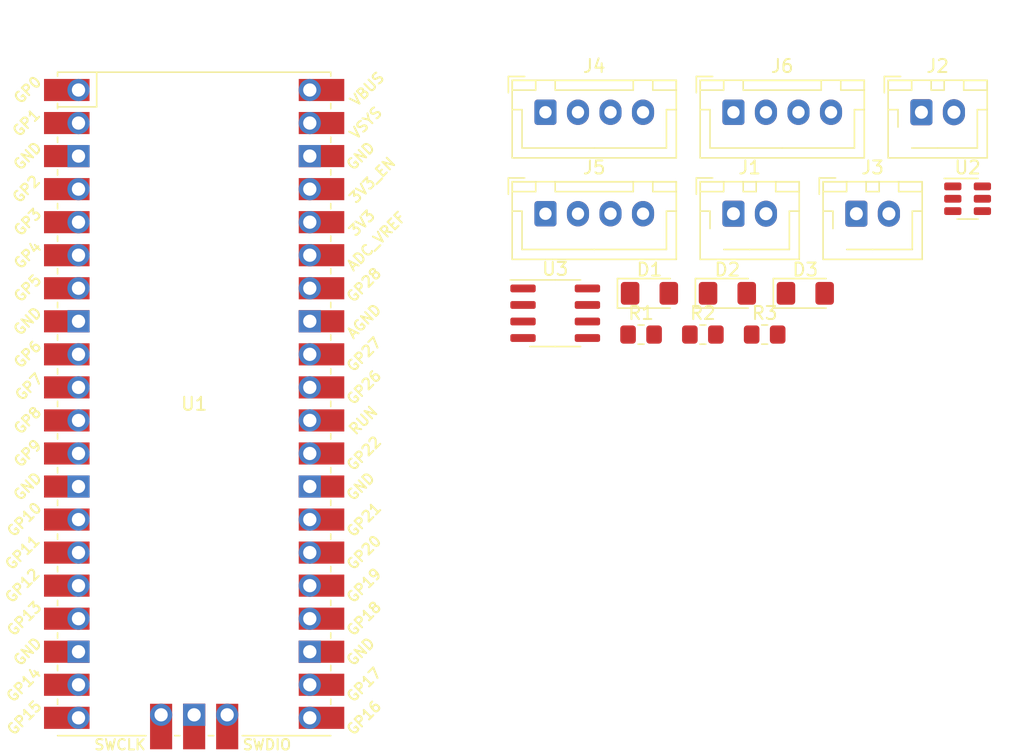
<source format=kicad_pcb>
(kicad_pcb (version 20171130) (host pcbnew "(5.1.10)-1")

  (general
    (thickness 1.6)
    (drawings 0)
    (tracks 0)
    (zones 0)
    (modules 15)
    (nets 40)
  )

  (page A4)
  (layers
    (0 F.Cu signal)
    (31 B.Cu signal)
    (32 B.Adhes user)
    (33 F.Adhes user)
    (34 B.Paste user)
    (35 F.Paste user)
    (36 B.SilkS user)
    (37 F.SilkS user)
    (38 B.Mask user)
    (39 F.Mask user)
    (40 Dwgs.User user)
    (41 Cmts.User user)
    (42 Eco1.User user)
    (43 Eco2.User user)
    (44 Edge.Cuts user)
    (45 Margin user)
    (46 B.CrtYd user)
    (47 F.CrtYd user)
    (48 B.Fab user)
    (49 F.Fab user)
  )

  (setup
    (last_trace_width 0.25)
    (trace_clearance 0.2)
    (zone_clearance 0.508)
    (zone_45_only no)
    (trace_min 0.2)
    (via_size 0.8)
    (via_drill 0.4)
    (via_min_size 0.4)
    (via_min_drill 0.3)
    (uvia_size 0.3)
    (uvia_drill 0.1)
    (uvias_allowed no)
    (uvia_min_size 0.2)
    (uvia_min_drill 0.1)
    (edge_width 0.05)
    (segment_width 0.2)
    (pcb_text_width 0.3)
    (pcb_text_size 1.5 1.5)
    (mod_edge_width 0.12)
    (mod_text_size 1 1)
    (mod_text_width 0.15)
    (pad_size 1.524 1.524)
    (pad_drill 0.762)
    (pad_to_mask_clearance 0)
    (aux_axis_origin 0 0)
    (visible_elements FFFFFF7F)
    (pcbplotparams
      (layerselection 0x010fc_ffffffff)
      (usegerberextensions false)
      (usegerberattributes true)
      (usegerberadvancedattributes true)
      (creategerberjobfile true)
      (excludeedgelayer true)
      (linewidth 0.100000)
      (plotframeref false)
      (viasonmask false)
      (mode 1)
      (useauxorigin false)
      (hpglpennumber 1)
      (hpglpenspeed 20)
      (hpglpendiameter 15.000000)
      (psnegative false)
      (psa4output false)
      (plotreference true)
      (plotvalue true)
      (plotinvisibletext false)
      (padsonsilk false)
      (subtractmaskfromsilk false)
      (outputformat 1)
      (mirror false)
      (drillshape 1)
      (scaleselection 1)
      (outputdirectory ""))
  )

  (net 0 "")
  (net 1 "Net-(U1-Pad43)")
  (net 2 "Net-(U1-Pad41)")
  (net 3 "Net-(U1-Pad21)")
  (net 4 "Net-(U1-Pad30)")
  (net 5 "Net-(U1-Pad31)")
  (net 6 "Net-(U1-Pad32)")
  (net 7 "Net-(U1-Pad33)")
  (net 8 "Net-(U1-Pad34)")
  (net 9 "Net-(U1-Pad35)")
  (net 10 "Net-(U1-Pad37)")
  (net 11 "Net-(U1-Pad39)")
  (net 12 "Net-(U1-Pad40)")
  (net 13 "Net-(U1-Pad20)")
  (net 14 "Net-(U1-Pad19)")
  (net 15 "Net-(U1-Pad17)")
  (net 16 "Net-(U1-Pad16)")
  (net 17 "Net-(U1-Pad15)")
  (net 18 "Net-(U1-Pad14)")
  (net 19 "Net-(U1-Pad12)")
  (net 20 LEDA)
  (net 21 "Net-(D1-Pad1)")
  (net 22 LEDB)
  (net 23 "Net-(D2-Pad1)")
  (net 24 LEDC)
  (net 25 "Net-(D3-Pad1)")
  (net 26 MOTOR1_DIR)
  (net 27 MOTOR1_PWM)
  (net 28 MOTOR2_DIR)
  (net 29 MOTOR2_PWM)
  (net 30 MOTOR3_DIR)
  (net 31 MOTOR3_PWM)
  (net 32 ENC1_B)
  (net 33 ENC1_A)
  (net 34 +3V3)
  (net 35 GND)
  (net 36 ENC2_B)
  (net 37 ENC2_A)
  (net 38 ENC3_B)
  (net 39 ENC3_A)

  (net_class Default "This is the default net class."
    (clearance 0.2)
    (trace_width 0.25)
    (via_dia 0.8)
    (via_drill 0.4)
    (uvia_dia 0.3)
    (uvia_drill 0.1)
    (add_net +3V3)
    (add_net ENC1_A)
    (add_net ENC1_B)
    (add_net ENC2_A)
    (add_net ENC2_B)
    (add_net ENC3_A)
    (add_net ENC3_B)
    (add_net GND)
    (add_net LEDA)
    (add_net LEDB)
    (add_net LEDC)
    (add_net MOTOR1_DIR)
    (add_net MOTOR1_PWM)
    (add_net MOTOR2_DIR)
    (add_net MOTOR2_PWM)
    (add_net MOTOR3_DIR)
    (add_net MOTOR3_PWM)
    (add_net "Net-(D1-Pad1)")
    (add_net "Net-(D2-Pad1)")
    (add_net "Net-(D3-Pad1)")
    (add_net "Net-(U1-Pad12)")
    (add_net "Net-(U1-Pad14)")
    (add_net "Net-(U1-Pad15)")
    (add_net "Net-(U1-Pad16)")
    (add_net "Net-(U1-Pad17)")
    (add_net "Net-(U1-Pad19)")
    (add_net "Net-(U1-Pad20)")
    (add_net "Net-(U1-Pad21)")
    (add_net "Net-(U1-Pad30)")
    (add_net "Net-(U1-Pad31)")
    (add_net "Net-(U1-Pad32)")
    (add_net "Net-(U1-Pad33)")
    (add_net "Net-(U1-Pad34)")
    (add_net "Net-(U1-Pad35)")
    (add_net "Net-(U1-Pad37)")
    (add_net "Net-(U1-Pad39)")
    (add_net "Net-(U1-Pad40)")
    (add_net "Net-(U1-Pad41)")
    (add_net "Net-(U1-Pad43)")
    (add_net "Net-(U2-Pad1)")
    (add_net "Net-(U2-Pad2)")
    (add_net "Net-(U2-Pad3)")
    (add_net "Net-(U2-Pad4)")
    (add_net "Net-(U2-Pad5)")
    (add_net "Net-(U2-Pad6)")
    (add_net "Net-(U3-Pad1)")
    (add_net "Net-(U3-Pad2)")
    (add_net "Net-(U3-Pad3)")
    (add_net "Net-(U3-Pad4)")
    (add_net "Net-(U3-Pad6)")
    (add_net "Net-(U3-Pad7)")
    (add_net "Net-(U3-Pad8)")
  )

  (module Package_SO:SOIC-8_3.9x4.9mm_P1.27mm (layer F.Cu) (tedit 5D9F72B1) (tstamp 616F6038)
    (at 120.755 82.78)
    (descr "SOIC, 8 Pin (JEDEC MS-012AA, https://www.analog.com/media/en/package-pcb-resources/package/pkg_pdf/soic_narrow-r/r_8.pdf), generated with kicad-footprint-generator ipc_gullwing_generator.py")
    (tags "SOIC SO")
    (path /61717995)
    (attr smd)
    (fp_text reference U3 (at 0 -3.4) (layer F.SilkS)
      (effects (font (size 1 1) (thickness 0.15)))
    )
    (fp_text value BD9001F (at 0 3.4) (layer F.Fab)
      (effects (font (size 1 1) (thickness 0.15)))
    )
    (fp_text user %R (at 0 0) (layer F.Fab)
      (effects (font (size 0.98 0.98) (thickness 0.15)))
    )
    (fp_line (start 0 2.56) (end 1.95 2.56) (layer F.SilkS) (width 0.12))
    (fp_line (start 0 2.56) (end -1.95 2.56) (layer F.SilkS) (width 0.12))
    (fp_line (start 0 -2.56) (end 1.95 -2.56) (layer F.SilkS) (width 0.12))
    (fp_line (start 0 -2.56) (end -3.45 -2.56) (layer F.SilkS) (width 0.12))
    (fp_line (start -0.975 -2.45) (end 1.95 -2.45) (layer F.Fab) (width 0.1))
    (fp_line (start 1.95 -2.45) (end 1.95 2.45) (layer F.Fab) (width 0.1))
    (fp_line (start 1.95 2.45) (end -1.95 2.45) (layer F.Fab) (width 0.1))
    (fp_line (start -1.95 2.45) (end -1.95 -1.475) (layer F.Fab) (width 0.1))
    (fp_line (start -1.95 -1.475) (end -0.975 -2.45) (layer F.Fab) (width 0.1))
    (fp_line (start -3.7 -2.7) (end -3.7 2.7) (layer F.CrtYd) (width 0.05))
    (fp_line (start -3.7 2.7) (end 3.7 2.7) (layer F.CrtYd) (width 0.05))
    (fp_line (start 3.7 2.7) (end 3.7 -2.7) (layer F.CrtYd) (width 0.05))
    (fp_line (start 3.7 -2.7) (end -3.7 -2.7) (layer F.CrtYd) (width 0.05))
    (pad 8 smd roundrect (at 2.475 -1.905) (size 1.95 0.6) (layers F.Cu F.Paste F.Mask) (roundrect_rratio 0.25))
    (pad 7 smd roundrect (at 2.475 -0.635) (size 1.95 0.6) (layers F.Cu F.Paste F.Mask) (roundrect_rratio 0.25))
    (pad 6 smd roundrect (at 2.475 0.635) (size 1.95 0.6) (layers F.Cu F.Paste F.Mask) (roundrect_rratio 0.25))
    (pad 5 smd roundrect (at 2.475 1.905) (size 1.95 0.6) (layers F.Cu F.Paste F.Mask) (roundrect_rratio 0.25))
    (pad 4 smd roundrect (at -2.475 1.905) (size 1.95 0.6) (layers F.Cu F.Paste F.Mask) (roundrect_rratio 0.25))
    (pad 3 smd roundrect (at -2.475 0.635) (size 1.95 0.6) (layers F.Cu F.Paste F.Mask) (roundrect_rratio 0.25))
    (pad 2 smd roundrect (at -2.475 -0.635) (size 1.95 0.6) (layers F.Cu F.Paste F.Mask) (roundrect_rratio 0.25))
    (pad 1 smd roundrect (at -2.475 -1.905) (size 1.95 0.6) (layers F.Cu F.Paste F.Mask) (roundrect_rratio 0.25))
    (model ${KICAD6_3DMODEL_DIR}/Package_SO.3dshapes/SOIC-8_3.9x4.9mm_P1.27mm.wrl
      (at (xyz 0 0 0))
      (scale (xyz 1 1 1))
      (rotate (xyz 0 0 0))
    )
  )

  (module Package_TO_SOT_SMD:SOT-23-6 (layer F.Cu) (tedit 5F6F9B37) (tstamp 616F601E)
    (at 152.455 73.98)
    (descr "SOT, 6 Pin (https://www.jedec.org/sites/default/files/docs/Mo-178c.PDF variant AB), generated with kicad-footprint-generator ipc_gullwing_generator.py")
    (tags "SOT TO_SOT_SMD")
    (path /617168C3)
    (attr smd)
    (fp_text reference U2 (at 0 -2.4) (layer F.SilkS)
      (effects (font (size 1 1) (thickness 0.15)))
    )
    (fp_text value TPS563200 (at 0 2.4) (layer F.Fab)
      (effects (font (size 1 1) (thickness 0.15)))
    )
    (fp_text user %R (at 0 0) (layer F.Fab)
      (effects (font (size 0.4 0.4) (thickness 0.06)))
    )
    (fp_line (start 0 1.56) (end 0.8 1.56) (layer F.SilkS) (width 0.12))
    (fp_line (start 0 1.56) (end -0.8 1.56) (layer F.SilkS) (width 0.12))
    (fp_line (start 0 -1.56) (end 0.8 -1.56) (layer F.SilkS) (width 0.12))
    (fp_line (start 0 -1.56) (end -1.8 -1.56) (layer F.SilkS) (width 0.12))
    (fp_line (start -0.4 -1.45) (end 0.8 -1.45) (layer F.Fab) (width 0.1))
    (fp_line (start 0.8 -1.45) (end 0.8 1.45) (layer F.Fab) (width 0.1))
    (fp_line (start 0.8 1.45) (end -0.8 1.45) (layer F.Fab) (width 0.1))
    (fp_line (start -0.8 1.45) (end -0.8 -1.05) (layer F.Fab) (width 0.1))
    (fp_line (start -0.8 -1.05) (end -0.4 -1.45) (layer F.Fab) (width 0.1))
    (fp_line (start -2.05 -1.7) (end -2.05 1.7) (layer F.CrtYd) (width 0.05))
    (fp_line (start -2.05 1.7) (end 2.05 1.7) (layer F.CrtYd) (width 0.05))
    (fp_line (start 2.05 1.7) (end 2.05 -1.7) (layer F.CrtYd) (width 0.05))
    (fp_line (start 2.05 -1.7) (end -2.05 -1.7) (layer F.CrtYd) (width 0.05))
    (pad 6 smd roundrect (at 1.1375 -0.95) (size 1.325 0.6) (layers F.Cu F.Paste F.Mask) (roundrect_rratio 0.25))
    (pad 5 smd roundrect (at 1.1375 0) (size 1.325 0.6) (layers F.Cu F.Paste F.Mask) (roundrect_rratio 0.25))
    (pad 4 smd roundrect (at 1.1375 0.95) (size 1.325 0.6) (layers F.Cu F.Paste F.Mask) (roundrect_rratio 0.25))
    (pad 3 smd roundrect (at -1.1375 0.95) (size 1.325 0.6) (layers F.Cu F.Paste F.Mask) (roundrect_rratio 0.25))
    (pad 2 smd roundrect (at -1.1375 0) (size 1.325 0.6) (layers F.Cu F.Paste F.Mask) (roundrect_rratio 0.25))
    (pad 1 smd roundrect (at -1.1375 -0.95) (size 1.325 0.6) (layers F.Cu F.Paste F.Mask) (roundrect_rratio 0.25))
    (model ${KICAD6_3DMODEL_DIR}/Package_TO_SOT_SMD.3dshapes/SOT-23-6.wrl
      (at (xyz 0 0 0))
      (scale (xyz 1 1 1))
      (rotate (xyz 0 0 0))
    )
  )

  (module Resistor_SMD:R_0805_2012Metric_Pad1.20x1.40mm_HandSolder (layer F.Cu) (tedit 5F68FEEE) (tstamp 616F5E7C)
    (at 136.855 84.42)
    (descr "Resistor SMD 0805 (2012 Metric), square (rectangular) end terminal, IPC_7351 nominal with elongated pad for handsoldering. (Body size source: IPC-SM-782 page 72, https://www.pcb-3d.com/wordpress/wp-content/uploads/ipc-sm-782a_amendment_1_and_2.pdf), generated with kicad-footprint-generator")
    (tags "resistor handsolder")
    (path /6171089C)
    (attr smd)
    (fp_text reference R3 (at 0 -1.65) (layer F.SilkS)
      (effects (font (size 1 1) (thickness 0.15)))
    )
    (fp_text value R (at 0 1.65) (layer F.Fab)
      (effects (font (size 1 1) (thickness 0.15)))
    )
    (fp_text user %R (at 0 0) (layer F.Fab)
      (effects (font (size 0.5 0.5) (thickness 0.08)))
    )
    (fp_line (start -1 0.625) (end -1 -0.625) (layer F.Fab) (width 0.1))
    (fp_line (start -1 -0.625) (end 1 -0.625) (layer F.Fab) (width 0.1))
    (fp_line (start 1 -0.625) (end 1 0.625) (layer F.Fab) (width 0.1))
    (fp_line (start 1 0.625) (end -1 0.625) (layer F.Fab) (width 0.1))
    (fp_line (start -0.227064 -0.735) (end 0.227064 -0.735) (layer F.SilkS) (width 0.12))
    (fp_line (start -0.227064 0.735) (end 0.227064 0.735) (layer F.SilkS) (width 0.12))
    (fp_line (start -1.85 0.95) (end -1.85 -0.95) (layer F.CrtYd) (width 0.05))
    (fp_line (start -1.85 -0.95) (end 1.85 -0.95) (layer F.CrtYd) (width 0.05))
    (fp_line (start 1.85 -0.95) (end 1.85 0.95) (layer F.CrtYd) (width 0.05))
    (fp_line (start 1.85 0.95) (end -1.85 0.95) (layer F.CrtYd) (width 0.05))
    (pad 2 smd roundrect (at 1 0) (size 1.2 1.4) (layers F.Cu F.Paste F.Mask) (roundrect_rratio 0.208333)
      (net 25 "Net-(D3-Pad1)"))
    (pad 1 smd roundrect (at -1 0) (size 1.2 1.4) (layers F.Cu F.Paste F.Mask) (roundrect_rratio 0.208333)
      (net 35 GND))
    (model ${KICAD6_3DMODEL_DIR}/Resistor_SMD.3dshapes/R_0805_2012Metric.wrl
      (at (xyz 0 0 0))
      (scale (xyz 1 1 1))
      (rotate (xyz 0 0 0))
    )
  )

  (module Resistor_SMD:R_0805_2012Metric_Pad1.20x1.40mm_HandSolder (layer F.Cu) (tedit 5F68FEEE) (tstamp 616F5E6B)
    (at 132.105 84.42)
    (descr "Resistor SMD 0805 (2012 Metric), square (rectangular) end terminal, IPC_7351 nominal with elongated pad for handsoldering. (Body size source: IPC-SM-782 page 72, https://www.pcb-3d.com/wordpress/wp-content/uploads/ipc-sm-782a_amendment_1_and_2.pdf), generated with kicad-footprint-generator")
    (tags "resistor handsolder")
    (path /617103F7)
    (attr smd)
    (fp_text reference R2 (at 0 -1.65) (layer F.SilkS)
      (effects (font (size 1 1) (thickness 0.15)))
    )
    (fp_text value R (at 0 1.65) (layer F.Fab)
      (effects (font (size 1 1) (thickness 0.15)))
    )
    (fp_text user %R (at 0 0) (layer F.Fab)
      (effects (font (size 0.5 0.5) (thickness 0.08)))
    )
    (fp_line (start -1 0.625) (end -1 -0.625) (layer F.Fab) (width 0.1))
    (fp_line (start -1 -0.625) (end 1 -0.625) (layer F.Fab) (width 0.1))
    (fp_line (start 1 -0.625) (end 1 0.625) (layer F.Fab) (width 0.1))
    (fp_line (start 1 0.625) (end -1 0.625) (layer F.Fab) (width 0.1))
    (fp_line (start -0.227064 -0.735) (end 0.227064 -0.735) (layer F.SilkS) (width 0.12))
    (fp_line (start -0.227064 0.735) (end 0.227064 0.735) (layer F.SilkS) (width 0.12))
    (fp_line (start -1.85 0.95) (end -1.85 -0.95) (layer F.CrtYd) (width 0.05))
    (fp_line (start -1.85 -0.95) (end 1.85 -0.95) (layer F.CrtYd) (width 0.05))
    (fp_line (start 1.85 -0.95) (end 1.85 0.95) (layer F.CrtYd) (width 0.05))
    (fp_line (start 1.85 0.95) (end -1.85 0.95) (layer F.CrtYd) (width 0.05))
    (pad 2 smd roundrect (at 1 0) (size 1.2 1.4) (layers F.Cu F.Paste F.Mask) (roundrect_rratio 0.208333)
      (net 23 "Net-(D2-Pad1)"))
    (pad 1 smd roundrect (at -1 0) (size 1.2 1.4) (layers F.Cu F.Paste F.Mask) (roundrect_rratio 0.208333)
      (net 35 GND))
    (model ${KICAD6_3DMODEL_DIR}/Resistor_SMD.3dshapes/R_0805_2012Metric.wrl
      (at (xyz 0 0 0))
      (scale (xyz 1 1 1))
      (rotate (xyz 0 0 0))
    )
  )

  (module Resistor_SMD:R_0805_2012Metric_Pad1.20x1.40mm_HandSolder (layer F.Cu) (tedit 5F68FEEE) (tstamp 616F5E5A)
    (at 127.355 84.42)
    (descr "Resistor SMD 0805 (2012 Metric), square (rectangular) end terminal, IPC_7351 nominal with elongated pad for handsoldering. (Body size source: IPC-SM-782 page 72, https://www.pcb-3d.com/wordpress/wp-content/uploads/ipc-sm-782a_amendment_1_and_2.pdf), generated with kicad-footprint-generator")
    (tags "resistor handsolder")
    (path /6170BE41)
    (attr smd)
    (fp_text reference R1 (at 0 -1.65) (layer F.SilkS)
      (effects (font (size 1 1) (thickness 0.15)))
    )
    (fp_text value R (at 0 1.65) (layer F.Fab)
      (effects (font (size 1 1) (thickness 0.15)))
    )
    (fp_text user %R (at 0 0) (layer F.Fab)
      (effects (font (size 0.5 0.5) (thickness 0.08)))
    )
    (fp_line (start -1 0.625) (end -1 -0.625) (layer F.Fab) (width 0.1))
    (fp_line (start -1 -0.625) (end 1 -0.625) (layer F.Fab) (width 0.1))
    (fp_line (start 1 -0.625) (end 1 0.625) (layer F.Fab) (width 0.1))
    (fp_line (start 1 0.625) (end -1 0.625) (layer F.Fab) (width 0.1))
    (fp_line (start -0.227064 -0.735) (end 0.227064 -0.735) (layer F.SilkS) (width 0.12))
    (fp_line (start -0.227064 0.735) (end 0.227064 0.735) (layer F.SilkS) (width 0.12))
    (fp_line (start -1.85 0.95) (end -1.85 -0.95) (layer F.CrtYd) (width 0.05))
    (fp_line (start -1.85 -0.95) (end 1.85 -0.95) (layer F.CrtYd) (width 0.05))
    (fp_line (start 1.85 -0.95) (end 1.85 0.95) (layer F.CrtYd) (width 0.05))
    (fp_line (start 1.85 0.95) (end -1.85 0.95) (layer F.CrtYd) (width 0.05))
    (pad 2 smd roundrect (at 1 0) (size 1.2 1.4) (layers F.Cu F.Paste F.Mask) (roundrect_rratio 0.208333)
      (net 21 "Net-(D1-Pad1)"))
    (pad 1 smd roundrect (at -1 0) (size 1.2 1.4) (layers F.Cu F.Paste F.Mask) (roundrect_rratio 0.208333)
      (net 35 GND))
    (model ${KICAD6_3DMODEL_DIR}/Resistor_SMD.3dshapes/R_0805_2012Metric.wrl
      (at (xyz 0 0 0))
      (scale (xyz 1 1 1))
      (rotate (xyz 0 0 0))
    )
  )

  (module Connector_JST:JST_XH_B4B-XH-A_1x04_P2.50mm_Vertical (layer F.Cu) (tedit 5C28146C) (tstamp 616F5E49)
    (at 134.455 67.33)
    (descr "JST XH series connector, B4B-XH-A (http://www.jst-mfg.com/product/pdf/eng/eXH.pdf), generated with kicad-footprint-generator")
    (tags "connector JST XH vertical")
    (path /617014A5)
    (fp_text reference J6 (at 3.75 -3.55) (layer F.SilkS)
      (effects (font (size 1 1) (thickness 0.15)))
    )
    (fp_text value Conn_01x04 (at 3.75 4.6) (layer F.Fab)
      (effects (font (size 1 1) (thickness 0.15)))
    )
    (fp_text user %R (at 3.75 2.7) (layer F.Fab)
      (effects (font (size 1 1) (thickness 0.15)))
    )
    (fp_line (start -2.45 -2.35) (end -2.45 3.4) (layer F.Fab) (width 0.1))
    (fp_line (start -2.45 3.4) (end 9.95 3.4) (layer F.Fab) (width 0.1))
    (fp_line (start 9.95 3.4) (end 9.95 -2.35) (layer F.Fab) (width 0.1))
    (fp_line (start 9.95 -2.35) (end -2.45 -2.35) (layer F.Fab) (width 0.1))
    (fp_line (start -2.56 -2.46) (end -2.56 3.51) (layer F.SilkS) (width 0.12))
    (fp_line (start -2.56 3.51) (end 10.06 3.51) (layer F.SilkS) (width 0.12))
    (fp_line (start 10.06 3.51) (end 10.06 -2.46) (layer F.SilkS) (width 0.12))
    (fp_line (start 10.06 -2.46) (end -2.56 -2.46) (layer F.SilkS) (width 0.12))
    (fp_line (start -2.95 -2.85) (end -2.95 3.9) (layer F.CrtYd) (width 0.05))
    (fp_line (start -2.95 3.9) (end 10.45 3.9) (layer F.CrtYd) (width 0.05))
    (fp_line (start 10.45 3.9) (end 10.45 -2.85) (layer F.CrtYd) (width 0.05))
    (fp_line (start 10.45 -2.85) (end -2.95 -2.85) (layer F.CrtYd) (width 0.05))
    (fp_line (start -0.625 -2.35) (end 0 -1.35) (layer F.Fab) (width 0.1))
    (fp_line (start 0 -1.35) (end 0.625 -2.35) (layer F.Fab) (width 0.1))
    (fp_line (start 0.75 -2.45) (end 0.75 -1.7) (layer F.SilkS) (width 0.12))
    (fp_line (start 0.75 -1.7) (end 6.75 -1.7) (layer F.SilkS) (width 0.12))
    (fp_line (start 6.75 -1.7) (end 6.75 -2.45) (layer F.SilkS) (width 0.12))
    (fp_line (start 6.75 -2.45) (end 0.75 -2.45) (layer F.SilkS) (width 0.12))
    (fp_line (start -2.55 -2.45) (end -2.55 -1.7) (layer F.SilkS) (width 0.12))
    (fp_line (start -2.55 -1.7) (end -0.75 -1.7) (layer F.SilkS) (width 0.12))
    (fp_line (start -0.75 -1.7) (end -0.75 -2.45) (layer F.SilkS) (width 0.12))
    (fp_line (start -0.75 -2.45) (end -2.55 -2.45) (layer F.SilkS) (width 0.12))
    (fp_line (start 8.25 -2.45) (end 8.25 -1.7) (layer F.SilkS) (width 0.12))
    (fp_line (start 8.25 -1.7) (end 10.05 -1.7) (layer F.SilkS) (width 0.12))
    (fp_line (start 10.05 -1.7) (end 10.05 -2.45) (layer F.SilkS) (width 0.12))
    (fp_line (start 10.05 -2.45) (end 8.25 -2.45) (layer F.SilkS) (width 0.12))
    (fp_line (start -2.55 -0.2) (end -1.8 -0.2) (layer F.SilkS) (width 0.12))
    (fp_line (start -1.8 -0.2) (end -1.8 2.75) (layer F.SilkS) (width 0.12))
    (fp_line (start -1.8 2.75) (end 3.75 2.75) (layer F.SilkS) (width 0.12))
    (fp_line (start 10.05 -0.2) (end 9.3 -0.2) (layer F.SilkS) (width 0.12))
    (fp_line (start 9.3 -0.2) (end 9.3 2.75) (layer F.SilkS) (width 0.12))
    (fp_line (start 9.3 2.75) (end 3.75 2.75) (layer F.SilkS) (width 0.12))
    (fp_line (start -1.6 -2.75) (end -2.85 -2.75) (layer F.SilkS) (width 0.12))
    (fp_line (start -2.85 -2.75) (end -2.85 -1.5) (layer F.SilkS) (width 0.12))
    (pad 4 thru_hole oval (at 7.5 0) (size 1.7 1.95) (drill 0.95) (layers *.Cu *.Mask)
      (net 38 ENC3_B))
    (pad 3 thru_hole oval (at 5 0) (size 1.7 1.95) (drill 0.95) (layers *.Cu *.Mask)
      (net 39 ENC3_A))
    (pad 2 thru_hole oval (at 2.5 0) (size 1.7 1.95) (drill 0.95) (layers *.Cu *.Mask)
      (net 34 +3V3))
    (pad 1 thru_hole roundrect (at 0 0) (size 1.7 1.95) (drill 0.95) (layers *.Cu *.Mask) (roundrect_rratio 0.147059)
      (net 35 GND))
    (model ${KICAD6_3DMODEL_DIR}/Connector_JST.3dshapes/JST_XH_B4B-XH-A_1x04_P2.50mm_Vertical.wrl
      (at (xyz 0 0 0))
      (scale (xyz 1 1 1))
      (rotate (xyz 0 0 0))
    )
  )

  (module Connector_JST:JST_XH_B4B-XH-A_1x04_P2.50mm_Vertical (layer F.Cu) (tedit 5C28146C) (tstamp 616F5E1E)
    (at 120.005 75.13)
    (descr "JST XH series connector, B4B-XH-A (http://www.jst-mfg.com/product/pdf/eng/eXH.pdf), generated with kicad-footprint-generator")
    (tags "connector JST XH vertical")
    (path /6170057A)
    (fp_text reference J5 (at 3.75 -3.55) (layer F.SilkS)
      (effects (font (size 1 1) (thickness 0.15)))
    )
    (fp_text value Conn_01x04 (at 3.75 4.6) (layer F.Fab)
      (effects (font (size 1 1) (thickness 0.15)))
    )
    (fp_text user %R (at 3.75 2.7) (layer F.Fab)
      (effects (font (size 1 1) (thickness 0.15)))
    )
    (fp_line (start -2.45 -2.35) (end -2.45 3.4) (layer F.Fab) (width 0.1))
    (fp_line (start -2.45 3.4) (end 9.95 3.4) (layer F.Fab) (width 0.1))
    (fp_line (start 9.95 3.4) (end 9.95 -2.35) (layer F.Fab) (width 0.1))
    (fp_line (start 9.95 -2.35) (end -2.45 -2.35) (layer F.Fab) (width 0.1))
    (fp_line (start -2.56 -2.46) (end -2.56 3.51) (layer F.SilkS) (width 0.12))
    (fp_line (start -2.56 3.51) (end 10.06 3.51) (layer F.SilkS) (width 0.12))
    (fp_line (start 10.06 3.51) (end 10.06 -2.46) (layer F.SilkS) (width 0.12))
    (fp_line (start 10.06 -2.46) (end -2.56 -2.46) (layer F.SilkS) (width 0.12))
    (fp_line (start -2.95 -2.85) (end -2.95 3.9) (layer F.CrtYd) (width 0.05))
    (fp_line (start -2.95 3.9) (end 10.45 3.9) (layer F.CrtYd) (width 0.05))
    (fp_line (start 10.45 3.9) (end 10.45 -2.85) (layer F.CrtYd) (width 0.05))
    (fp_line (start 10.45 -2.85) (end -2.95 -2.85) (layer F.CrtYd) (width 0.05))
    (fp_line (start -0.625 -2.35) (end 0 -1.35) (layer F.Fab) (width 0.1))
    (fp_line (start 0 -1.35) (end 0.625 -2.35) (layer F.Fab) (width 0.1))
    (fp_line (start 0.75 -2.45) (end 0.75 -1.7) (layer F.SilkS) (width 0.12))
    (fp_line (start 0.75 -1.7) (end 6.75 -1.7) (layer F.SilkS) (width 0.12))
    (fp_line (start 6.75 -1.7) (end 6.75 -2.45) (layer F.SilkS) (width 0.12))
    (fp_line (start 6.75 -2.45) (end 0.75 -2.45) (layer F.SilkS) (width 0.12))
    (fp_line (start -2.55 -2.45) (end -2.55 -1.7) (layer F.SilkS) (width 0.12))
    (fp_line (start -2.55 -1.7) (end -0.75 -1.7) (layer F.SilkS) (width 0.12))
    (fp_line (start -0.75 -1.7) (end -0.75 -2.45) (layer F.SilkS) (width 0.12))
    (fp_line (start -0.75 -2.45) (end -2.55 -2.45) (layer F.SilkS) (width 0.12))
    (fp_line (start 8.25 -2.45) (end 8.25 -1.7) (layer F.SilkS) (width 0.12))
    (fp_line (start 8.25 -1.7) (end 10.05 -1.7) (layer F.SilkS) (width 0.12))
    (fp_line (start 10.05 -1.7) (end 10.05 -2.45) (layer F.SilkS) (width 0.12))
    (fp_line (start 10.05 -2.45) (end 8.25 -2.45) (layer F.SilkS) (width 0.12))
    (fp_line (start -2.55 -0.2) (end -1.8 -0.2) (layer F.SilkS) (width 0.12))
    (fp_line (start -1.8 -0.2) (end -1.8 2.75) (layer F.SilkS) (width 0.12))
    (fp_line (start -1.8 2.75) (end 3.75 2.75) (layer F.SilkS) (width 0.12))
    (fp_line (start 10.05 -0.2) (end 9.3 -0.2) (layer F.SilkS) (width 0.12))
    (fp_line (start 9.3 -0.2) (end 9.3 2.75) (layer F.SilkS) (width 0.12))
    (fp_line (start 9.3 2.75) (end 3.75 2.75) (layer F.SilkS) (width 0.12))
    (fp_line (start -1.6 -2.75) (end -2.85 -2.75) (layer F.SilkS) (width 0.12))
    (fp_line (start -2.85 -2.75) (end -2.85 -1.5) (layer F.SilkS) (width 0.12))
    (pad 4 thru_hole oval (at 7.5 0) (size 1.7 1.95) (drill 0.95) (layers *.Cu *.Mask)
      (net 36 ENC2_B))
    (pad 3 thru_hole oval (at 5 0) (size 1.7 1.95) (drill 0.95) (layers *.Cu *.Mask)
      (net 37 ENC2_A))
    (pad 2 thru_hole oval (at 2.5 0) (size 1.7 1.95) (drill 0.95) (layers *.Cu *.Mask)
      (net 34 +3V3))
    (pad 1 thru_hole roundrect (at 0 0) (size 1.7 1.95) (drill 0.95) (layers *.Cu *.Mask) (roundrect_rratio 0.147059)
      (net 35 GND))
    (model ${KICAD6_3DMODEL_DIR}/Connector_JST.3dshapes/JST_XH_B4B-XH-A_1x04_P2.50mm_Vertical.wrl
      (at (xyz 0 0 0))
      (scale (xyz 1 1 1))
      (rotate (xyz 0 0 0))
    )
  )

  (module Connector_JST:JST_XH_B4B-XH-A_1x04_P2.50mm_Vertical (layer F.Cu) (tedit 5C28146C) (tstamp 616F5DF3)
    (at 120.005 67.33)
    (descr "JST XH series connector, B4B-XH-A (http://www.jst-mfg.com/product/pdf/eng/eXH.pdf), generated with kicad-footprint-generator")
    (tags "connector JST XH vertical")
    (path /616FF9B6)
    (fp_text reference J4 (at 3.75 -3.55) (layer F.SilkS)
      (effects (font (size 1 1) (thickness 0.15)))
    )
    (fp_text value Conn_01x04 (at 3.75 4.6) (layer F.Fab)
      (effects (font (size 1 1) (thickness 0.15)))
    )
    (fp_text user %R (at 3.75 2.7) (layer F.Fab)
      (effects (font (size 1 1) (thickness 0.15)))
    )
    (fp_line (start -2.45 -2.35) (end -2.45 3.4) (layer F.Fab) (width 0.1))
    (fp_line (start -2.45 3.4) (end 9.95 3.4) (layer F.Fab) (width 0.1))
    (fp_line (start 9.95 3.4) (end 9.95 -2.35) (layer F.Fab) (width 0.1))
    (fp_line (start 9.95 -2.35) (end -2.45 -2.35) (layer F.Fab) (width 0.1))
    (fp_line (start -2.56 -2.46) (end -2.56 3.51) (layer F.SilkS) (width 0.12))
    (fp_line (start -2.56 3.51) (end 10.06 3.51) (layer F.SilkS) (width 0.12))
    (fp_line (start 10.06 3.51) (end 10.06 -2.46) (layer F.SilkS) (width 0.12))
    (fp_line (start 10.06 -2.46) (end -2.56 -2.46) (layer F.SilkS) (width 0.12))
    (fp_line (start -2.95 -2.85) (end -2.95 3.9) (layer F.CrtYd) (width 0.05))
    (fp_line (start -2.95 3.9) (end 10.45 3.9) (layer F.CrtYd) (width 0.05))
    (fp_line (start 10.45 3.9) (end 10.45 -2.85) (layer F.CrtYd) (width 0.05))
    (fp_line (start 10.45 -2.85) (end -2.95 -2.85) (layer F.CrtYd) (width 0.05))
    (fp_line (start -0.625 -2.35) (end 0 -1.35) (layer F.Fab) (width 0.1))
    (fp_line (start 0 -1.35) (end 0.625 -2.35) (layer F.Fab) (width 0.1))
    (fp_line (start 0.75 -2.45) (end 0.75 -1.7) (layer F.SilkS) (width 0.12))
    (fp_line (start 0.75 -1.7) (end 6.75 -1.7) (layer F.SilkS) (width 0.12))
    (fp_line (start 6.75 -1.7) (end 6.75 -2.45) (layer F.SilkS) (width 0.12))
    (fp_line (start 6.75 -2.45) (end 0.75 -2.45) (layer F.SilkS) (width 0.12))
    (fp_line (start -2.55 -2.45) (end -2.55 -1.7) (layer F.SilkS) (width 0.12))
    (fp_line (start -2.55 -1.7) (end -0.75 -1.7) (layer F.SilkS) (width 0.12))
    (fp_line (start -0.75 -1.7) (end -0.75 -2.45) (layer F.SilkS) (width 0.12))
    (fp_line (start -0.75 -2.45) (end -2.55 -2.45) (layer F.SilkS) (width 0.12))
    (fp_line (start 8.25 -2.45) (end 8.25 -1.7) (layer F.SilkS) (width 0.12))
    (fp_line (start 8.25 -1.7) (end 10.05 -1.7) (layer F.SilkS) (width 0.12))
    (fp_line (start 10.05 -1.7) (end 10.05 -2.45) (layer F.SilkS) (width 0.12))
    (fp_line (start 10.05 -2.45) (end 8.25 -2.45) (layer F.SilkS) (width 0.12))
    (fp_line (start -2.55 -0.2) (end -1.8 -0.2) (layer F.SilkS) (width 0.12))
    (fp_line (start -1.8 -0.2) (end -1.8 2.75) (layer F.SilkS) (width 0.12))
    (fp_line (start -1.8 2.75) (end 3.75 2.75) (layer F.SilkS) (width 0.12))
    (fp_line (start 10.05 -0.2) (end 9.3 -0.2) (layer F.SilkS) (width 0.12))
    (fp_line (start 9.3 -0.2) (end 9.3 2.75) (layer F.SilkS) (width 0.12))
    (fp_line (start 9.3 2.75) (end 3.75 2.75) (layer F.SilkS) (width 0.12))
    (fp_line (start -1.6 -2.75) (end -2.85 -2.75) (layer F.SilkS) (width 0.12))
    (fp_line (start -2.85 -2.75) (end -2.85 -1.5) (layer F.SilkS) (width 0.12))
    (pad 4 thru_hole oval (at 7.5 0) (size 1.7 1.95) (drill 0.95) (layers *.Cu *.Mask)
      (net 32 ENC1_B))
    (pad 3 thru_hole oval (at 5 0) (size 1.7 1.95) (drill 0.95) (layers *.Cu *.Mask)
      (net 33 ENC1_A))
    (pad 2 thru_hole oval (at 2.5 0) (size 1.7 1.95) (drill 0.95) (layers *.Cu *.Mask)
      (net 34 +3V3))
    (pad 1 thru_hole roundrect (at 0 0) (size 1.7 1.95) (drill 0.95) (layers *.Cu *.Mask) (roundrect_rratio 0.147059)
      (net 35 GND))
    (model ${KICAD6_3DMODEL_DIR}/Connector_JST.3dshapes/JST_XH_B4B-XH-A_1x04_P2.50mm_Vertical.wrl
      (at (xyz 0 0 0))
      (scale (xyz 1 1 1))
      (rotate (xyz 0 0 0))
    )
  )

  (module Connector_JST:JST_XH_B2B-XH-AM_1x02_P2.50mm_Vertical (layer F.Cu) (tedit 5C28146E) (tstamp 616F5DC8)
    (at 143.905 75.13)
    (descr "JST XH series connector, B2B-XH-AM, with boss (http://www.jst-mfg.com/product/pdf/eng/eXH.pdf), generated with kicad-footprint-generator")
    (tags "connector JST XH vertical boss")
    (path /616FD2AE)
    (fp_text reference J3 (at 1.25 -3.55) (layer F.SilkS)
      (effects (font (size 1 1) (thickness 0.15)))
    )
    (fp_text value Conn_01x02 (at 1.25 4.6) (layer F.Fab)
      (effects (font (size 1 1) (thickness 0.15)))
    )
    (fp_text user %R (at 1.25 2.7) (layer F.Fab)
      (effects (font (size 1 1) (thickness 0.15)))
    )
    (fp_line (start -2.45 -2.35) (end -2.45 3.4) (layer F.Fab) (width 0.1))
    (fp_line (start -2.45 3.4) (end 4.95 3.4) (layer F.Fab) (width 0.1))
    (fp_line (start 4.95 3.4) (end 4.95 -2.35) (layer F.Fab) (width 0.1))
    (fp_line (start 4.95 -2.35) (end -2.45 -2.35) (layer F.Fab) (width 0.1))
    (fp_line (start -2.56 -2.46) (end -2.56 3.51) (layer F.SilkS) (width 0.12))
    (fp_line (start -2.56 3.51) (end 5.06 3.51) (layer F.SilkS) (width 0.12))
    (fp_line (start 5.06 3.51) (end 5.06 -2.46) (layer F.SilkS) (width 0.12))
    (fp_line (start 5.06 -2.46) (end -2.56 -2.46) (layer F.SilkS) (width 0.12))
    (fp_line (start -2.95 -2.85) (end -2.95 3.9) (layer F.CrtYd) (width 0.05))
    (fp_line (start -2.95 3.9) (end 5.45 3.9) (layer F.CrtYd) (width 0.05))
    (fp_line (start 5.45 3.9) (end 5.45 -2.85) (layer F.CrtYd) (width 0.05))
    (fp_line (start 5.45 -2.85) (end -2.95 -2.85) (layer F.CrtYd) (width 0.05))
    (fp_line (start -0.625 -2.35) (end 0 -1.35) (layer F.Fab) (width 0.1))
    (fp_line (start 0 -1.35) (end 0.625 -2.35) (layer F.Fab) (width 0.1))
    (fp_line (start 0.75 -2.45) (end 0.75 -1.7) (layer F.SilkS) (width 0.12))
    (fp_line (start 0.75 -1.7) (end 1.75 -1.7) (layer F.SilkS) (width 0.12))
    (fp_line (start 1.75 -1.7) (end 1.75 -2.45) (layer F.SilkS) (width 0.12))
    (fp_line (start 1.75 -2.45) (end 0.75 -2.45) (layer F.SilkS) (width 0.12))
    (fp_line (start -2.55 -2.45) (end -2.55 -1.7) (layer F.SilkS) (width 0.12))
    (fp_line (start -2.55 -1.7) (end -0.75 -1.7) (layer F.SilkS) (width 0.12))
    (fp_line (start -0.75 -1.7) (end -0.75 -2.45) (layer F.SilkS) (width 0.12))
    (fp_line (start -0.75 -2.45) (end -2.55 -2.45) (layer F.SilkS) (width 0.12))
    (fp_line (start 3.25 -2.45) (end 3.25 -1.7) (layer F.SilkS) (width 0.12))
    (fp_line (start 3.25 -1.7) (end 5.05 -1.7) (layer F.SilkS) (width 0.12))
    (fp_line (start 5.05 -1.7) (end 5.05 -2.45) (layer F.SilkS) (width 0.12))
    (fp_line (start 5.05 -2.45) (end 3.25 -2.45) (layer F.SilkS) (width 0.12))
    (fp_line (start -2.55 -0.2) (end -1.8 -0.2) (layer F.SilkS) (width 0.12))
    (fp_line (start -1.8 -0.2) (end -1.8 1.14) (layer F.SilkS) (width 0.12))
    (fp_line (start 1.25 2.75) (end -0.74 2.75) (layer F.SilkS) (width 0.12))
    (fp_line (start 5.05 -0.2) (end 4.3 -0.2) (layer F.SilkS) (width 0.12))
    (fp_line (start 4.3 -0.2) (end 4.3 2.75) (layer F.SilkS) (width 0.12))
    (fp_line (start 4.3 2.75) (end 1.25 2.75) (layer F.SilkS) (width 0.12))
    (fp_line (start -1.6 -2.75) (end -2.85 -2.75) (layer F.SilkS) (width 0.12))
    (fp_line (start -2.85 -2.75) (end -2.85 -1.5) (layer F.SilkS) (width 0.12))
    (pad "" np_thru_hole circle (at -1.6 2) (size 1.2 1.2) (drill 1.2) (layers *.Cu *.Mask))
    (pad 2 thru_hole oval (at 2.5 0) (size 1.7 2) (drill 1) (layers *.Cu *.Mask)
      (net 30 MOTOR3_DIR))
    (pad 1 thru_hole roundrect (at 0 0) (size 1.7 2) (drill 1) (layers *.Cu *.Mask) (roundrect_rratio 0.147059)
      (net 31 MOTOR3_PWM))
    (model ${KICAD6_3DMODEL_DIR}/Connector_JST.3dshapes/JST_XH_B2B-XH-AM_1x02_P2.50mm_Vertical.wrl
      (at (xyz 0 0 0))
      (scale (xyz 1 1 1))
      (rotate (xyz 0 0 0))
    )
  )

  (module Connector_JST:JST_XH_B2B-XH-AM_1x02_P2.50mm_Vertical (layer F.Cu) (tedit 5C28146E) (tstamp 616F5D9E)
    (at 148.905 67.33)
    (descr "JST XH series connector, B2B-XH-AM, with boss (http://www.jst-mfg.com/product/pdf/eng/eXH.pdf), generated with kicad-footprint-generator")
    (tags "connector JST XH vertical boss")
    (path /616FCA87)
    (fp_text reference J2 (at 1.25 -3.55) (layer F.SilkS)
      (effects (font (size 1 1) (thickness 0.15)))
    )
    (fp_text value Conn_01x02 (at 1.25 4.6) (layer F.Fab)
      (effects (font (size 1 1) (thickness 0.15)))
    )
    (fp_text user %R (at 1.25 2.7) (layer F.Fab)
      (effects (font (size 1 1) (thickness 0.15)))
    )
    (fp_line (start -2.45 -2.35) (end -2.45 3.4) (layer F.Fab) (width 0.1))
    (fp_line (start -2.45 3.4) (end 4.95 3.4) (layer F.Fab) (width 0.1))
    (fp_line (start 4.95 3.4) (end 4.95 -2.35) (layer F.Fab) (width 0.1))
    (fp_line (start 4.95 -2.35) (end -2.45 -2.35) (layer F.Fab) (width 0.1))
    (fp_line (start -2.56 -2.46) (end -2.56 3.51) (layer F.SilkS) (width 0.12))
    (fp_line (start -2.56 3.51) (end 5.06 3.51) (layer F.SilkS) (width 0.12))
    (fp_line (start 5.06 3.51) (end 5.06 -2.46) (layer F.SilkS) (width 0.12))
    (fp_line (start 5.06 -2.46) (end -2.56 -2.46) (layer F.SilkS) (width 0.12))
    (fp_line (start -2.95 -2.85) (end -2.95 3.9) (layer F.CrtYd) (width 0.05))
    (fp_line (start -2.95 3.9) (end 5.45 3.9) (layer F.CrtYd) (width 0.05))
    (fp_line (start 5.45 3.9) (end 5.45 -2.85) (layer F.CrtYd) (width 0.05))
    (fp_line (start 5.45 -2.85) (end -2.95 -2.85) (layer F.CrtYd) (width 0.05))
    (fp_line (start -0.625 -2.35) (end 0 -1.35) (layer F.Fab) (width 0.1))
    (fp_line (start 0 -1.35) (end 0.625 -2.35) (layer F.Fab) (width 0.1))
    (fp_line (start 0.75 -2.45) (end 0.75 -1.7) (layer F.SilkS) (width 0.12))
    (fp_line (start 0.75 -1.7) (end 1.75 -1.7) (layer F.SilkS) (width 0.12))
    (fp_line (start 1.75 -1.7) (end 1.75 -2.45) (layer F.SilkS) (width 0.12))
    (fp_line (start 1.75 -2.45) (end 0.75 -2.45) (layer F.SilkS) (width 0.12))
    (fp_line (start -2.55 -2.45) (end -2.55 -1.7) (layer F.SilkS) (width 0.12))
    (fp_line (start -2.55 -1.7) (end -0.75 -1.7) (layer F.SilkS) (width 0.12))
    (fp_line (start -0.75 -1.7) (end -0.75 -2.45) (layer F.SilkS) (width 0.12))
    (fp_line (start -0.75 -2.45) (end -2.55 -2.45) (layer F.SilkS) (width 0.12))
    (fp_line (start 3.25 -2.45) (end 3.25 -1.7) (layer F.SilkS) (width 0.12))
    (fp_line (start 3.25 -1.7) (end 5.05 -1.7) (layer F.SilkS) (width 0.12))
    (fp_line (start 5.05 -1.7) (end 5.05 -2.45) (layer F.SilkS) (width 0.12))
    (fp_line (start 5.05 -2.45) (end 3.25 -2.45) (layer F.SilkS) (width 0.12))
    (fp_line (start -2.55 -0.2) (end -1.8 -0.2) (layer F.SilkS) (width 0.12))
    (fp_line (start -1.8 -0.2) (end -1.8 1.14) (layer F.SilkS) (width 0.12))
    (fp_line (start 1.25 2.75) (end -0.74 2.75) (layer F.SilkS) (width 0.12))
    (fp_line (start 5.05 -0.2) (end 4.3 -0.2) (layer F.SilkS) (width 0.12))
    (fp_line (start 4.3 -0.2) (end 4.3 2.75) (layer F.SilkS) (width 0.12))
    (fp_line (start 4.3 2.75) (end 1.25 2.75) (layer F.SilkS) (width 0.12))
    (fp_line (start -1.6 -2.75) (end -2.85 -2.75) (layer F.SilkS) (width 0.12))
    (fp_line (start -2.85 -2.75) (end -2.85 -1.5) (layer F.SilkS) (width 0.12))
    (pad "" np_thru_hole circle (at -1.6 2) (size 1.2 1.2) (drill 1.2) (layers *.Cu *.Mask))
    (pad 2 thru_hole oval (at 2.5 0) (size 1.7 2) (drill 1) (layers *.Cu *.Mask)
      (net 28 MOTOR2_DIR))
    (pad 1 thru_hole roundrect (at 0 0) (size 1.7 2) (drill 1) (layers *.Cu *.Mask) (roundrect_rratio 0.147059)
      (net 29 MOTOR2_PWM))
    (model ${KICAD6_3DMODEL_DIR}/Connector_JST.3dshapes/JST_XH_B2B-XH-AM_1x02_P2.50mm_Vertical.wrl
      (at (xyz 0 0 0))
      (scale (xyz 1 1 1))
      (rotate (xyz 0 0 0))
    )
  )

  (module Connector_JST:JST_XH_B2B-XH-AM_1x02_P2.50mm_Vertical (layer F.Cu) (tedit 5C28146E) (tstamp 616F5D74)
    (at 134.455 75.13)
    (descr "JST XH series connector, B2B-XH-AM, with boss (http://www.jst-mfg.com/product/pdf/eng/eXH.pdf), generated with kicad-footprint-generator")
    (tags "connector JST XH vertical boss")
    (path /616FBB10)
    (fp_text reference J1 (at 1.25 -3.55) (layer F.SilkS)
      (effects (font (size 1 1) (thickness 0.15)))
    )
    (fp_text value Conn_01x02 (at 1.25 4.6) (layer F.Fab)
      (effects (font (size 1 1) (thickness 0.15)))
    )
    (fp_text user %R (at 1.25 2.7) (layer F.Fab)
      (effects (font (size 1 1) (thickness 0.15)))
    )
    (fp_line (start -2.45 -2.35) (end -2.45 3.4) (layer F.Fab) (width 0.1))
    (fp_line (start -2.45 3.4) (end 4.95 3.4) (layer F.Fab) (width 0.1))
    (fp_line (start 4.95 3.4) (end 4.95 -2.35) (layer F.Fab) (width 0.1))
    (fp_line (start 4.95 -2.35) (end -2.45 -2.35) (layer F.Fab) (width 0.1))
    (fp_line (start -2.56 -2.46) (end -2.56 3.51) (layer F.SilkS) (width 0.12))
    (fp_line (start -2.56 3.51) (end 5.06 3.51) (layer F.SilkS) (width 0.12))
    (fp_line (start 5.06 3.51) (end 5.06 -2.46) (layer F.SilkS) (width 0.12))
    (fp_line (start 5.06 -2.46) (end -2.56 -2.46) (layer F.SilkS) (width 0.12))
    (fp_line (start -2.95 -2.85) (end -2.95 3.9) (layer F.CrtYd) (width 0.05))
    (fp_line (start -2.95 3.9) (end 5.45 3.9) (layer F.CrtYd) (width 0.05))
    (fp_line (start 5.45 3.9) (end 5.45 -2.85) (layer F.CrtYd) (width 0.05))
    (fp_line (start 5.45 -2.85) (end -2.95 -2.85) (layer F.CrtYd) (width 0.05))
    (fp_line (start -0.625 -2.35) (end 0 -1.35) (layer F.Fab) (width 0.1))
    (fp_line (start 0 -1.35) (end 0.625 -2.35) (layer F.Fab) (width 0.1))
    (fp_line (start 0.75 -2.45) (end 0.75 -1.7) (layer F.SilkS) (width 0.12))
    (fp_line (start 0.75 -1.7) (end 1.75 -1.7) (layer F.SilkS) (width 0.12))
    (fp_line (start 1.75 -1.7) (end 1.75 -2.45) (layer F.SilkS) (width 0.12))
    (fp_line (start 1.75 -2.45) (end 0.75 -2.45) (layer F.SilkS) (width 0.12))
    (fp_line (start -2.55 -2.45) (end -2.55 -1.7) (layer F.SilkS) (width 0.12))
    (fp_line (start -2.55 -1.7) (end -0.75 -1.7) (layer F.SilkS) (width 0.12))
    (fp_line (start -0.75 -1.7) (end -0.75 -2.45) (layer F.SilkS) (width 0.12))
    (fp_line (start -0.75 -2.45) (end -2.55 -2.45) (layer F.SilkS) (width 0.12))
    (fp_line (start 3.25 -2.45) (end 3.25 -1.7) (layer F.SilkS) (width 0.12))
    (fp_line (start 3.25 -1.7) (end 5.05 -1.7) (layer F.SilkS) (width 0.12))
    (fp_line (start 5.05 -1.7) (end 5.05 -2.45) (layer F.SilkS) (width 0.12))
    (fp_line (start 5.05 -2.45) (end 3.25 -2.45) (layer F.SilkS) (width 0.12))
    (fp_line (start -2.55 -0.2) (end -1.8 -0.2) (layer F.SilkS) (width 0.12))
    (fp_line (start -1.8 -0.2) (end -1.8 1.14) (layer F.SilkS) (width 0.12))
    (fp_line (start 1.25 2.75) (end -0.74 2.75) (layer F.SilkS) (width 0.12))
    (fp_line (start 5.05 -0.2) (end 4.3 -0.2) (layer F.SilkS) (width 0.12))
    (fp_line (start 4.3 -0.2) (end 4.3 2.75) (layer F.SilkS) (width 0.12))
    (fp_line (start 4.3 2.75) (end 1.25 2.75) (layer F.SilkS) (width 0.12))
    (fp_line (start -1.6 -2.75) (end -2.85 -2.75) (layer F.SilkS) (width 0.12))
    (fp_line (start -2.85 -2.75) (end -2.85 -1.5) (layer F.SilkS) (width 0.12))
    (pad "" np_thru_hole circle (at -1.6 2) (size 1.2 1.2) (drill 1.2) (layers *.Cu *.Mask))
    (pad 2 thru_hole oval (at 2.5 0) (size 1.7 2) (drill 1) (layers *.Cu *.Mask)
      (net 26 MOTOR1_DIR))
    (pad 1 thru_hole roundrect (at 0 0) (size 1.7 2) (drill 1) (layers *.Cu *.Mask) (roundrect_rratio 0.147059)
      (net 27 MOTOR1_PWM))
    (model ${KICAD6_3DMODEL_DIR}/Connector_JST.3dshapes/JST_XH_B2B-XH-AM_1x02_P2.50mm_Vertical.wrl
      (at (xyz 0 0 0))
      (scale (xyz 1 1 1))
      (rotate (xyz 0 0 0))
    )
  )

  (module LED_SMD:LED_1206_3216Metric_Pad1.42x1.75mm_HandSolder (layer F.Cu) (tedit 5F68FEF1) (tstamp 616F5D4A)
    (at 139.98 81.25)
    (descr "LED SMD 1206 (3216 Metric), square (rectangular) end terminal, IPC_7351 nominal, (Body size source: http://www.tortai-tech.com/upload/download/2011102023233369053.pdf), generated with kicad-footprint-generator")
    (tags "LED handsolder")
    (path /61709C4A)
    (attr smd)
    (fp_text reference D3 (at 0 -1.82) (layer F.SilkS)
      (effects (font (size 1 1) (thickness 0.15)))
    )
    (fp_text value LED (at 0 1.82) (layer F.Fab)
      (effects (font (size 1 1) (thickness 0.15)))
    )
    (fp_text user %R (at 0 0) (layer F.Fab)
      (effects (font (size 0.8 0.8) (thickness 0.12)))
    )
    (fp_line (start 1.6 -0.8) (end -1.2 -0.8) (layer F.Fab) (width 0.1))
    (fp_line (start -1.2 -0.8) (end -1.6 -0.4) (layer F.Fab) (width 0.1))
    (fp_line (start -1.6 -0.4) (end -1.6 0.8) (layer F.Fab) (width 0.1))
    (fp_line (start -1.6 0.8) (end 1.6 0.8) (layer F.Fab) (width 0.1))
    (fp_line (start 1.6 0.8) (end 1.6 -0.8) (layer F.Fab) (width 0.1))
    (fp_line (start 1.6 -1.135) (end -2.46 -1.135) (layer F.SilkS) (width 0.12))
    (fp_line (start -2.46 -1.135) (end -2.46 1.135) (layer F.SilkS) (width 0.12))
    (fp_line (start -2.46 1.135) (end 1.6 1.135) (layer F.SilkS) (width 0.12))
    (fp_line (start -2.45 1.12) (end -2.45 -1.12) (layer F.CrtYd) (width 0.05))
    (fp_line (start -2.45 -1.12) (end 2.45 -1.12) (layer F.CrtYd) (width 0.05))
    (fp_line (start 2.45 -1.12) (end 2.45 1.12) (layer F.CrtYd) (width 0.05))
    (fp_line (start 2.45 1.12) (end -2.45 1.12) (layer F.CrtYd) (width 0.05))
    (pad 2 smd roundrect (at 1.4875 0) (size 1.425 1.75) (layers F.Cu F.Paste F.Mask) (roundrect_rratio 0.175439)
      (net 24 LEDC))
    (pad 1 smd roundrect (at -1.4875 0) (size 1.425 1.75) (layers F.Cu F.Paste F.Mask) (roundrect_rratio 0.175439)
      (net 25 "Net-(D3-Pad1)"))
    (model ${KICAD6_3DMODEL_DIR}/LED_SMD.3dshapes/LED_1206_3216Metric.wrl
      (at (xyz 0 0 0))
      (scale (xyz 1 1 1))
      (rotate (xyz 0 0 0))
    )
  )

  (module LED_SMD:LED_1206_3216Metric_Pad1.42x1.75mm_HandSolder (layer F.Cu) (tedit 5F68FEF1) (tstamp 616F5CAF)
    (at 133.99 81.25)
    (descr "LED SMD 1206 (3216 Metric), square (rectangular) end terminal, IPC_7351 nominal, (Body size source: http://www.tortai-tech.com/upload/download/2011102023233369053.pdf), generated with kicad-footprint-generator")
    (tags "LED handsolder")
    (path /61709537)
    (attr smd)
    (fp_text reference D2 (at 0 -1.82) (layer F.SilkS)
      (effects (font (size 1 1) (thickness 0.15)))
    )
    (fp_text value LED (at 0 1.82) (layer F.Fab)
      (effects (font (size 1 1) (thickness 0.15)))
    )
    (fp_text user %R (at 0 0) (layer F.Fab)
      (effects (font (size 0.8 0.8) (thickness 0.12)))
    )
    (fp_line (start 1.6 -0.8) (end -1.2 -0.8) (layer F.Fab) (width 0.1))
    (fp_line (start -1.2 -0.8) (end -1.6 -0.4) (layer F.Fab) (width 0.1))
    (fp_line (start -1.6 -0.4) (end -1.6 0.8) (layer F.Fab) (width 0.1))
    (fp_line (start -1.6 0.8) (end 1.6 0.8) (layer F.Fab) (width 0.1))
    (fp_line (start 1.6 0.8) (end 1.6 -0.8) (layer F.Fab) (width 0.1))
    (fp_line (start 1.6 -1.135) (end -2.46 -1.135) (layer F.SilkS) (width 0.12))
    (fp_line (start -2.46 -1.135) (end -2.46 1.135) (layer F.SilkS) (width 0.12))
    (fp_line (start -2.46 1.135) (end 1.6 1.135) (layer F.SilkS) (width 0.12))
    (fp_line (start -2.45 1.12) (end -2.45 -1.12) (layer F.CrtYd) (width 0.05))
    (fp_line (start -2.45 -1.12) (end 2.45 -1.12) (layer F.CrtYd) (width 0.05))
    (fp_line (start 2.45 -1.12) (end 2.45 1.12) (layer F.CrtYd) (width 0.05))
    (fp_line (start 2.45 1.12) (end -2.45 1.12) (layer F.CrtYd) (width 0.05))
    (pad 2 smd roundrect (at 1.4875 0) (size 1.425 1.75) (layers F.Cu F.Paste F.Mask) (roundrect_rratio 0.175439)
      (net 22 LEDB))
    (pad 1 smd roundrect (at -1.4875 0) (size 1.425 1.75) (layers F.Cu F.Paste F.Mask) (roundrect_rratio 0.175439)
      (net 23 "Net-(D2-Pad1)"))
    (model ${KICAD6_3DMODEL_DIR}/LED_SMD.3dshapes/LED_1206_3216Metric.wrl
      (at (xyz 0 0 0))
      (scale (xyz 1 1 1))
      (rotate (xyz 0 0 0))
    )
  )

  (module LED_SMD:LED_1206_3216Metric_Pad1.42x1.75mm_HandSolder (layer F.Cu) (tedit 5F68FEF1) (tstamp 616F5C14)
    (at 128 81.25)
    (descr "LED SMD 1206 (3216 Metric), square (rectangular) end terminal, IPC_7351 nominal, (Body size source: http://www.tortai-tech.com/upload/download/2011102023233369053.pdf), generated with kicad-footprint-generator")
    (tags "LED handsolder")
    (path /61707035)
    (attr smd)
    (fp_text reference D1 (at 0 -1.82) (layer F.SilkS)
      (effects (font (size 1 1) (thickness 0.15)))
    )
    (fp_text value LED (at 0 1.82) (layer F.Fab)
      (effects (font (size 1 1) (thickness 0.15)))
    )
    (fp_text user %R (at 0 0) (layer F.Fab)
      (effects (font (size 0.8 0.8) (thickness 0.12)))
    )
    (fp_line (start 1.6 -0.8) (end -1.2 -0.8) (layer F.Fab) (width 0.1))
    (fp_line (start -1.2 -0.8) (end -1.6 -0.4) (layer F.Fab) (width 0.1))
    (fp_line (start -1.6 -0.4) (end -1.6 0.8) (layer F.Fab) (width 0.1))
    (fp_line (start -1.6 0.8) (end 1.6 0.8) (layer F.Fab) (width 0.1))
    (fp_line (start 1.6 0.8) (end 1.6 -0.8) (layer F.Fab) (width 0.1))
    (fp_line (start 1.6 -1.135) (end -2.46 -1.135) (layer F.SilkS) (width 0.12))
    (fp_line (start -2.46 -1.135) (end -2.46 1.135) (layer F.SilkS) (width 0.12))
    (fp_line (start -2.46 1.135) (end 1.6 1.135) (layer F.SilkS) (width 0.12))
    (fp_line (start -2.45 1.12) (end -2.45 -1.12) (layer F.CrtYd) (width 0.05))
    (fp_line (start -2.45 -1.12) (end 2.45 -1.12) (layer F.CrtYd) (width 0.05))
    (fp_line (start 2.45 -1.12) (end 2.45 1.12) (layer F.CrtYd) (width 0.05))
    (fp_line (start 2.45 1.12) (end -2.45 1.12) (layer F.CrtYd) (width 0.05))
    (pad 2 smd roundrect (at 1.4875 0) (size 1.425 1.75) (layers F.Cu F.Paste F.Mask) (roundrect_rratio 0.175439)
      (net 20 LEDA))
    (pad 1 smd roundrect (at -1.4875 0) (size 1.425 1.75) (layers F.Cu F.Paste F.Mask) (roundrect_rratio 0.175439)
      (net 21 "Net-(D1-Pad1)"))
    (model ${KICAD6_3DMODEL_DIR}/LED_SMD.3dshapes/LED_1206_3216Metric.wrl
      (at (xyz 0 0 0))
      (scale (xyz 1 1 1))
      (rotate (xyz 0 0 0))
    )
  )

  (module MCU_RaspberryPi_and_Boards:RPi_Pico_SMD_TH (layer F.Cu) (tedit 5F638C80) (tstamp 616F47FC)
    (at 93 89.75)
    (descr "Through hole straight pin header, 2x20, 2.54mm pitch, double rows")
    (tags "Through hole pin header THT 2x20 2.54mm double row")
    (path /616F46EF)
    (fp_text reference U1 (at 0 0) (layer F.SilkS)
      (effects (font (size 1 1) (thickness 0.15)))
    )
    (fp_text value Pico (at 0 2.159) (layer F.Fab)
      (effects (font (size 1 1) (thickness 0.15)))
    )
    (fp_text user "Copper Keepouts shown on Dwgs layer" (at 0.1 -30.2) (layer Cmts.User)
      (effects (font (size 1 1) (thickness 0.15)))
    )
    (fp_text user SWDIO (at 5.6 26.2) (layer F.SilkS)
      (effects (font (size 0.8 0.8) (thickness 0.15)))
    )
    (fp_text user SWCLK (at -5.7 26.2) (layer F.SilkS)
      (effects (font (size 0.8 0.8) (thickness 0.15)))
    )
    (fp_text user AGND (at 13.054 -6.35 45) (layer F.SilkS)
      (effects (font (size 0.8 0.8) (thickness 0.15)))
    )
    (fp_text user GND (at 12.8 -19.05 45) (layer F.SilkS)
      (effects (font (size 0.8 0.8) (thickness 0.15)))
    )
    (fp_text user GND (at 12.8 6.35 45) (layer F.SilkS)
      (effects (font (size 0.8 0.8) (thickness 0.15)))
    )
    (fp_text user GND (at 12.8 19.05 45) (layer F.SilkS)
      (effects (font (size 0.8 0.8) (thickness 0.15)))
    )
    (fp_text user GND (at -12.8 19.05 45) (layer F.SilkS)
      (effects (font (size 0.8 0.8) (thickness 0.15)))
    )
    (fp_text user GND (at -12.8 6.35 45) (layer F.SilkS)
      (effects (font (size 0.8 0.8) (thickness 0.15)))
    )
    (fp_text user GND (at -12.8 -6.35 45) (layer F.SilkS)
      (effects (font (size 0.8 0.8) (thickness 0.15)))
    )
    (fp_text user GND (at -12.8 -19.05 45) (layer F.SilkS)
      (effects (font (size 0.8 0.8) (thickness 0.15)))
    )
    (fp_text user VBUS (at 13.3 -24.2 45) (layer F.SilkS)
      (effects (font (size 0.8 0.8) (thickness 0.15)))
    )
    (fp_text user VSYS (at 13.2 -21.59 45) (layer F.SilkS)
      (effects (font (size 0.8 0.8) (thickness 0.15)))
    )
    (fp_text user 3V3_EN (at 13.7 -17.2 45) (layer F.SilkS)
      (effects (font (size 0.8 0.8) (thickness 0.15)))
    )
    (fp_text user 3V3 (at 12.9 -13.9 45) (layer F.SilkS)
      (effects (font (size 0.8 0.8) (thickness 0.15)))
    )
    (fp_text user ADC_VREF (at 14 -12.5 45) (layer F.SilkS)
      (effects (font (size 0.8 0.8) (thickness 0.15)))
    )
    (fp_text user GP28 (at 13.054 -9.144 45) (layer F.SilkS)
      (effects (font (size 0.8 0.8) (thickness 0.15)))
    )
    (fp_text user GP27 (at 13.054 -3.8 45) (layer F.SilkS)
      (effects (font (size 0.8 0.8) (thickness 0.15)))
    )
    (fp_text user GP26 (at 13.054 -1.27 45) (layer F.SilkS)
      (effects (font (size 0.8 0.8) (thickness 0.15)))
    )
    (fp_text user RUN (at 13 1.27 45) (layer F.SilkS)
      (effects (font (size 0.8 0.8) (thickness 0.15)))
    )
    (fp_text user GP22 (at 13.054 3.81 45) (layer F.SilkS)
      (effects (font (size 0.8 0.8) (thickness 0.15)))
    )
    (fp_text user GP21 (at 13.054 8.9 45) (layer F.SilkS)
      (effects (font (size 0.8 0.8) (thickness 0.15)))
    )
    (fp_text user GP20 (at 13.054 11.43 45) (layer F.SilkS)
      (effects (font (size 0.8 0.8) (thickness 0.15)))
    )
    (fp_text user GP19 (at 13.054 13.97 45) (layer F.SilkS)
      (effects (font (size 0.8 0.8) (thickness 0.15)))
    )
    (fp_text user GP18 (at 13.054 16.51 45) (layer F.SilkS)
      (effects (font (size 0.8 0.8) (thickness 0.15)))
    )
    (fp_text user GP17 (at 13.054 21.59 45) (layer F.SilkS)
      (effects (font (size 0.8 0.8) (thickness 0.15)))
    )
    (fp_text user GP16 (at 13.054 24.13 45) (layer F.SilkS)
      (effects (font (size 0.8 0.8) (thickness 0.15)))
    )
    (fp_text user GP15 (at -13.054 24.13 45) (layer F.SilkS)
      (effects (font (size 0.8 0.8) (thickness 0.15)))
    )
    (fp_text user GP14 (at -13.1 21.59 45) (layer F.SilkS)
      (effects (font (size 0.8 0.8) (thickness 0.15)))
    )
    (fp_text user GP13 (at -13.054 16.51 45) (layer F.SilkS)
      (effects (font (size 0.8 0.8) (thickness 0.15)))
    )
    (fp_text user GP12 (at -13.2 13.97 45) (layer F.SilkS)
      (effects (font (size 0.8 0.8) (thickness 0.15)))
    )
    (fp_text user GP11 (at -13.2 11.43 45) (layer F.SilkS)
      (effects (font (size 0.8 0.8) (thickness 0.15)))
    )
    (fp_text user GP10 (at -13.054 8.89 45) (layer F.SilkS)
      (effects (font (size 0.8 0.8) (thickness 0.15)))
    )
    (fp_text user GP9 (at -12.8 3.81 45) (layer F.SilkS)
      (effects (font (size 0.8 0.8) (thickness 0.15)))
    )
    (fp_text user GP8 (at -12.8 1.27 45) (layer F.SilkS)
      (effects (font (size 0.8 0.8) (thickness 0.15)))
    )
    (fp_text user GP7 (at -12.7 -1.3 45) (layer F.SilkS)
      (effects (font (size 0.8 0.8) (thickness 0.15)))
    )
    (fp_text user GP6 (at -12.8 -3.81 45) (layer F.SilkS)
      (effects (font (size 0.8 0.8) (thickness 0.15)))
    )
    (fp_text user GP5 (at -12.8 -8.89 45) (layer F.SilkS)
      (effects (font (size 0.8 0.8) (thickness 0.15)))
    )
    (fp_text user GP4 (at -12.8 -11.43 45) (layer F.SilkS)
      (effects (font (size 0.8 0.8) (thickness 0.15)))
    )
    (fp_text user GP3 (at -12.8 -13.97 45) (layer F.SilkS)
      (effects (font (size 0.8 0.8) (thickness 0.15)))
    )
    (fp_text user GP0 (at -12.8 -24.13 45) (layer F.SilkS)
      (effects (font (size 0.8 0.8) (thickness 0.15)))
    )
    (fp_text user GP2 (at -12.9 -16.51 45) (layer F.SilkS)
      (effects (font (size 0.8 0.8) (thickness 0.15)))
    )
    (fp_text user GP1 (at -12.9 -21.6 45) (layer F.SilkS)
      (effects (font (size 0.8 0.8) (thickness 0.15)))
    )
    (fp_text user %R (at 0 0 180) (layer F.Fab)
      (effects (font (size 1 1) (thickness 0.15)))
    )
    (fp_line (start 1.1 25.5) (end 1.5 25.5) (layer F.SilkS) (width 0.12))
    (fp_line (start -1.5 25.5) (end -1.1 25.5) (layer F.SilkS) (width 0.12))
    (fp_line (start 10.5 25.5) (end 3.7 25.5) (layer F.SilkS) (width 0.12))
    (fp_line (start 10.5 15.1) (end 10.5 15.5) (layer F.SilkS) (width 0.12))
    (fp_line (start 10.5 7.4) (end 10.5 7.8) (layer F.SilkS) (width 0.12))
    (fp_line (start 10.5 -18) (end 10.5 -17.6) (layer F.SilkS) (width 0.12))
    (fp_line (start 10.5 -25.5) (end 10.5 -25.2) (layer F.SilkS) (width 0.12))
    (fp_line (start 10.5 -2.7) (end 10.5 -2.3) (layer F.SilkS) (width 0.12))
    (fp_line (start 10.5 12.5) (end 10.5 12.9) (layer F.SilkS) (width 0.12))
    (fp_line (start 10.5 -7.8) (end 10.5 -7.4) (layer F.SilkS) (width 0.12))
    (fp_line (start 10.5 -12.9) (end 10.5 -12.5) (layer F.SilkS) (width 0.12))
    (fp_line (start 10.5 -0.2) (end 10.5 0.2) (layer F.SilkS) (width 0.12))
    (fp_line (start 10.5 4.9) (end 10.5 5.3) (layer F.SilkS) (width 0.12))
    (fp_line (start 10.5 20.1) (end 10.5 20.5) (layer F.SilkS) (width 0.12))
    (fp_line (start 10.5 22.7) (end 10.5 23.1) (layer F.SilkS) (width 0.12))
    (fp_line (start 10.5 17.6) (end 10.5 18) (layer F.SilkS) (width 0.12))
    (fp_line (start 10.5 -15.4) (end 10.5 -15) (layer F.SilkS) (width 0.12))
    (fp_line (start 10.5 -23.1) (end 10.5 -22.7) (layer F.SilkS) (width 0.12))
    (fp_line (start 10.5 -20.5) (end 10.5 -20.1) (layer F.SilkS) (width 0.12))
    (fp_line (start 10.5 10) (end 10.5 10.4) (layer F.SilkS) (width 0.12))
    (fp_line (start 10.5 2.3) (end 10.5 2.7) (layer F.SilkS) (width 0.12))
    (fp_line (start 10.5 -5.3) (end 10.5 -4.9) (layer F.SilkS) (width 0.12))
    (fp_line (start 10.5 -10.4) (end 10.5 -10) (layer F.SilkS) (width 0.12))
    (fp_line (start -10.5 22.7) (end -10.5 23.1) (layer F.SilkS) (width 0.12))
    (fp_line (start -10.5 20.1) (end -10.5 20.5) (layer F.SilkS) (width 0.12))
    (fp_line (start -10.5 17.6) (end -10.5 18) (layer F.SilkS) (width 0.12))
    (fp_line (start -10.5 15.1) (end -10.5 15.5) (layer F.SilkS) (width 0.12))
    (fp_line (start -10.5 12.5) (end -10.5 12.9) (layer F.SilkS) (width 0.12))
    (fp_line (start -10.5 10) (end -10.5 10.4) (layer F.SilkS) (width 0.12))
    (fp_line (start -10.5 7.4) (end -10.5 7.8) (layer F.SilkS) (width 0.12))
    (fp_line (start -10.5 4.9) (end -10.5 5.3) (layer F.SilkS) (width 0.12))
    (fp_line (start -10.5 2.3) (end -10.5 2.7) (layer F.SilkS) (width 0.12))
    (fp_line (start -10.5 -0.2) (end -10.5 0.2) (layer F.SilkS) (width 0.12))
    (fp_line (start -10.5 -2.7) (end -10.5 -2.3) (layer F.SilkS) (width 0.12))
    (fp_line (start -10.5 -5.3) (end -10.5 -4.9) (layer F.SilkS) (width 0.12))
    (fp_line (start -10.5 -7.8) (end -10.5 -7.4) (layer F.SilkS) (width 0.12))
    (fp_line (start -10.5 -10.4) (end -10.5 -10) (layer F.SilkS) (width 0.12))
    (fp_line (start -10.5 -12.9) (end -10.5 -12.5) (layer F.SilkS) (width 0.12))
    (fp_line (start -10.5 -15.4) (end -10.5 -15) (layer F.SilkS) (width 0.12))
    (fp_line (start -10.5 -18) (end -10.5 -17.6) (layer F.SilkS) (width 0.12))
    (fp_line (start -10.5 -20.5) (end -10.5 -20.1) (layer F.SilkS) (width 0.12))
    (fp_line (start -10.5 -23.1) (end -10.5 -22.7) (layer F.SilkS) (width 0.12))
    (fp_line (start -10.5 -25.5) (end -10.5 -25.2) (layer F.SilkS) (width 0.12))
    (fp_line (start -7.493 -22.833) (end -7.493 -25.5) (layer F.SilkS) (width 0.12))
    (fp_line (start -10.5 -22.833) (end -7.493 -22.833) (layer F.SilkS) (width 0.12))
    (fp_line (start -3.7 25.5) (end -10.5 25.5) (layer F.SilkS) (width 0.12))
    (fp_line (start -10.5 -25.5) (end 10.5 -25.5) (layer F.SilkS) (width 0.12))
    (fp_line (start -11 26) (end -11 -26) (layer F.CrtYd) (width 0.12))
    (fp_line (start 11 26) (end -11 26) (layer F.CrtYd) (width 0.12))
    (fp_line (start 11 -26) (end 11 26) (layer F.CrtYd) (width 0.12))
    (fp_line (start -11 -26) (end 11 -26) (layer F.CrtYd) (width 0.12))
    (fp_line (start -10.5 -24.2) (end -9.2 -25.5) (layer F.Fab) (width 0.12))
    (fp_line (start -10.5 25.5) (end -10.5 -25.5) (layer F.Fab) (width 0.12))
    (fp_line (start 10.5 25.5) (end -10.5 25.5) (layer F.Fab) (width 0.12))
    (fp_line (start 10.5 -25.5) (end 10.5 25.5) (layer F.Fab) (width 0.12))
    (fp_line (start -10.5 -25.5) (end 10.5 -25.5) (layer F.Fab) (width 0.12))
    (fp_poly (pts (xy -1.5 -16.5) (xy -3.5 -16.5) (xy -3.5 -18.5) (xy -1.5 -18.5)) (layer Dwgs.User) (width 0.1))
    (fp_poly (pts (xy -1.5 -14) (xy -3.5 -14) (xy -3.5 -16) (xy -1.5 -16)) (layer Dwgs.User) (width 0.1))
    (fp_poly (pts (xy -1.5 -11.5) (xy -3.5 -11.5) (xy -3.5 -13.5) (xy -1.5 -13.5)) (layer Dwgs.User) (width 0.1))
    (fp_poly (pts (xy 3.7 -20.2) (xy -3.7 -20.2) (xy -3.7 -24.9) (xy 3.7 -24.9)) (layer Dwgs.User) (width 0.1))
    (pad 43 thru_hole oval (at 2.54 23.9) (size 1.7 1.7) (drill 1.02) (layers *.Cu *.Mask)
      (net 1 "Net-(U1-Pad43)"))
    (pad 43 smd rect (at 2.54 23.9 90) (size 3.5 1.7) (drill (offset -0.9 0)) (layers F.Cu F.Mask)
      (net 1 "Net-(U1-Pad43)"))
    (pad 42 thru_hole rect (at 0 23.9) (size 1.7 1.7) (drill 1.02) (layers *.Cu *.Mask)
      (net 35 GND))
    (pad 42 smd rect (at 0 23.9 90) (size 3.5 1.7) (drill (offset -0.9 0)) (layers F.Cu F.Mask)
      (net 35 GND))
    (pad 41 thru_hole oval (at -2.54 23.9) (size 1.7 1.7) (drill 1.02) (layers *.Cu *.Mask)
      (net 2 "Net-(U1-Pad41)"))
    (pad 41 smd rect (at -2.54 23.9 90) (size 3.5 1.7) (drill (offset -0.9 0)) (layers F.Cu F.Mask)
      (net 2 "Net-(U1-Pad41)"))
    (pad "" np_thru_hole oval (at 2.425 -20.97) (size 1.5 1.5) (drill 1.5) (layers *.Cu *.Mask))
    (pad "" np_thru_hole oval (at -2.425 -20.97) (size 1.5 1.5) (drill 1.5) (layers *.Cu *.Mask))
    (pad "" np_thru_hole oval (at 2.725 -24) (size 1.8 1.8) (drill 1.8) (layers *.Cu *.Mask))
    (pad "" np_thru_hole oval (at -2.725 -24) (size 1.8 1.8) (drill 1.8) (layers *.Cu *.Mask))
    (pad 21 smd rect (at 8.89 24.13) (size 3.5 1.7) (drill (offset 0.9 0)) (layers F.Cu F.Mask)
      (net 3 "Net-(U1-Pad21)"))
    (pad 22 smd rect (at 8.89 21.59) (size 3.5 1.7) (drill (offset 0.9 0)) (layers F.Cu F.Mask)
      (net 38 ENC3_B))
    (pad 23 smd rect (at 8.89 19.05) (size 3.5 1.7) (drill (offset 0.9 0)) (layers F.Cu F.Mask)
      (net 35 GND))
    (pad 24 smd rect (at 8.89 16.51) (size 3.5 1.7) (drill (offset 0.9 0)) (layers F.Cu F.Mask)
      (net 39 ENC3_A))
    (pad 25 smd rect (at 8.89 13.97) (size 3.5 1.7) (drill (offset 0.9 0)) (layers F.Cu F.Mask)
      (net 36 ENC2_B))
    (pad 26 smd rect (at 8.89 11.43) (size 3.5 1.7) (drill (offset 0.9 0)) (layers F.Cu F.Mask)
      (net 37 ENC2_A))
    (pad 27 smd rect (at 8.89 8.89) (size 3.5 1.7) (drill (offset 0.9 0)) (layers F.Cu F.Mask)
      (net 32 ENC1_B))
    (pad 28 smd rect (at 8.89 6.35) (size 3.5 1.7) (drill (offset 0.9 0)) (layers F.Cu F.Mask)
      (net 35 GND))
    (pad 29 smd rect (at 8.89 3.81) (size 3.5 1.7) (drill (offset 0.9 0)) (layers F.Cu F.Mask)
      (net 33 ENC1_A))
    (pad 30 smd rect (at 8.89 1.27) (size 3.5 1.7) (drill (offset 0.9 0)) (layers F.Cu F.Mask)
      (net 4 "Net-(U1-Pad30)"))
    (pad 31 smd rect (at 8.89 -1.27) (size 3.5 1.7) (drill (offset 0.9 0)) (layers F.Cu F.Mask)
      (net 5 "Net-(U1-Pad31)"))
    (pad 32 smd rect (at 8.89 -3.81) (size 3.5 1.7) (drill (offset 0.9 0)) (layers F.Cu F.Mask)
      (net 6 "Net-(U1-Pad32)"))
    (pad 33 smd rect (at 8.89 -6.35) (size 3.5 1.7) (drill (offset 0.9 0)) (layers F.Cu F.Mask)
      (net 7 "Net-(U1-Pad33)"))
    (pad 34 smd rect (at 8.89 -8.89) (size 3.5 1.7) (drill (offset 0.9 0)) (layers F.Cu F.Mask)
      (net 8 "Net-(U1-Pad34)"))
    (pad 35 smd rect (at 8.89 -11.43) (size 3.5 1.7) (drill (offset 0.9 0)) (layers F.Cu F.Mask)
      (net 9 "Net-(U1-Pad35)"))
    (pad 36 smd rect (at 8.89 -13.97) (size 3.5 1.7) (drill (offset 0.9 0)) (layers F.Cu F.Mask)
      (net 34 +3V3))
    (pad 37 smd rect (at 8.89 -16.51) (size 3.5 1.7) (drill (offset 0.9 0)) (layers F.Cu F.Mask)
      (net 10 "Net-(U1-Pad37)"))
    (pad 38 smd rect (at 8.89 -19.05) (size 3.5 1.7) (drill (offset 0.9 0)) (layers F.Cu F.Mask)
      (net 35 GND))
    (pad 39 smd rect (at 8.89 -21.59) (size 3.5 1.7) (drill (offset 0.9 0)) (layers F.Cu F.Mask)
      (net 11 "Net-(U1-Pad39)"))
    (pad 40 smd rect (at 8.89 -24.13) (size 3.5 1.7) (drill (offset 0.9 0)) (layers F.Cu F.Mask)
      (net 12 "Net-(U1-Pad40)"))
    (pad 20 smd rect (at -8.89 24.13) (size 3.5 1.7) (drill (offset -0.9 0)) (layers F.Cu F.Mask)
      (net 13 "Net-(U1-Pad20)"))
    (pad 19 smd rect (at -8.89 21.59) (size 3.5 1.7) (drill (offset -0.9 0)) (layers F.Cu F.Mask)
      (net 14 "Net-(U1-Pad19)"))
    (pad 18 smd rect (at -8.89 19.05) (size 3.5 1.7) (drill (offset -0.9 0)) (layers F.Cu F.Mask)
      (net 35 GND))
    (pad 17 smd rect (at -8.89 16.51) (size 3.5 1.7) (drill (offset -0.9 0)) (layers F.Cu F.Mask)
      (net 15 "Net-(U1-Pad17)"))
    (pad 16 smd rect (at -8.89 13.97) (size 3.5 1.7) (drill (offset -0.9 0)) (layers F.Cu F.Mask)
      (net 16 "Net-(U1-Pad16)"))
    (pad 15 smd rect (at -8.89 11.43) (size 3.5 1.7) (drill (offset -0.9 0)) (layers F.Cu F.Mask)
      (net 17 "Net-(U1-Pad15)"))
    (pad 14 smd rect (at -8.89 8.89) (size 3.5 1.7) (drill (offset -0.9 0)) (layers F.Cu F.Mask)
      (net 18 "Net-(U1-Pad14)"))
    (pad 13 smd rect (at -8.89 6.35) (size 3.5 1.7) (drill (offset -0.9 0)) (layers F.Cu F.Mask)
      (net 35 GND))
    (pad 12 smd rect (at -8.89 3.81) (size 3.5 1.7) (drill (offset -0.9 0)) (layers F.Cu F.Mask)
      (net 19 "Net-(U1-Pad12)"))
    (pad 11 smd rect (at -8.89 1.27) (size 3.5 1.7) (drill (offset -0.9 0)) (layers F.Cu F.Mask)
      (net 30 MOTOR3_DIR))
    (pad 10 smd rect (at -8.89 -1.27) (size 3.5 1.7) (drill (offset -0.9 0)) (layers F.Cu F.Mask)
      (net 31 MOTOR3_PWM))
    (pad 9 smd rect (at -8.89 -3.81) (size 3.5 1.7) (drill (offset -0.9 0)) (layers F.Cu F.Mask)
      (net 28 MOTOR2_DIR))
    (pad 8 smd rect (at -8.89 -6.35) (size 3.5 1.7) (drill (offset -0.9 0)) (layers F.Cu F.Mask)
      (net 35 GND))
    (pad 7 smd rect (at -8.89 -8.89) (size 3.5 1.7) (drill (offset -0.9 0)) (layers F.Cu F.Mask)
      (net 29 MOTOR2_PWM))
    (pad 6 smd rect (at -8.89 -11.43) (size 3.5 1.7) (drill (offset -0.9 0)) (layers F.Cu F.Mask)
      (net 26 MOTOR1_DIR))
    (pad 5 smd rect (at -8.89 -13.97) (size 3.5 1.7) (drill (offset -0.9 0)) (layers F.Cu F.Mask)
      (net 27 MOTOR1_PWM))
    (pad 4 smd rect (at -8.89 -16.51) (size 3.5 1.7) (drill (offset -0.9 0)) (layers F.Cu F.Mask)
      (net 24 LEDC))
    (pad 3 smd rect (at -8.89 -19.05) (size 3.5 1.7) (drill (offset -0.9 0)) (layers F.Cu F.Mask)
      (net 35 GND))
    (pad 2 smd rect (at -8.89 -21.59) (size 3.5 1.7) (drill (offset -0.9 0)) (layers F.Cu F.Mask)
      (net 22 LEDB))
    (pad 1 smd rect (at -8.89 -24.13) (size 3.5 1.7) (drill (offset -0.9 0)) (layers F.Cu F.Mask)
      (net 20 LEDA))
    (pad 40 thru_hole oval (at 8.89 -24.13) (size 1.7 1.7) (drill 1.02) (layers *.Cu *.Mask)
      (net 12 "Net-(U1-Pad40)"))
    (pad 39 thru_hole oval (at 8.89 -21.59) (size 1.7 1.7) (drill 1.02) (layers *.Cu *.Mask)
      (net 11 "Net-(U1-Pad39)"))
    (pad 38 thru_hole rect (at 8.89 -19.05) (size 1.7 1.7) (drill 1.02) (layers *.Cu *.Mask)
      (net 35 GND))
    (pad 37 thru_hole oval (at 8.89 -16.51) (size 1.7 1.7) (drill 1.02) (layers *.Cu *.Mask)
      (net 10 "Net-(U1-Pad37)"))
    (pad 36 thru_hole oval (at 8.89 -13.97) (size 1.7 1.7) (drill 1.02) (layers *.Cu *.Mask)
      (net 34 +3V3))
    (pad 35 thru_hole oval (at 8.89 -11.43) (size 1.7 1.7) (drill 1.02) (layers *.Cu *.Mask)
      (net 9 "Net-(U1-Pad35)"))
    (pad 34 thru_hole oval (at 8.89 -8.89) (size 1.7 1.7) (drill 1.02) (layers *.Cu *.Mask)
      (net 8 "Net-(U1-Pad34)"))
    (pad 33 thru_hole rect (at 8.89 -6.35) (size 1.7 1.7) (drill 1.02) (layers *.Cu *.Mask)
      (net 7 "Net-(U1-Pad33)"))
    (pad 32 thru_hole oval (at 8.89 -3.81) (size 1.7 1.7) (drill 1.02) (layers *.Cu *.Mask)
      (net 6 "Net-(U1-Pad32)"))
    (pad 31 thru_hole oval (at 8.89 -1.27) (size 1.7 1.7) (drill 1.02) (layers *.Cu *.Mask)
      (net 5 "Net-(U1-Pad31)"))
    (pad 30 thru_hole oval (at 8.89 1.27) (size 1.7 1.7) (drill 1.02) (layers *.Cu *.Mask)
      (net 4 "Net-(U1-Pad30)"))
    (pad 29 thru_hole oval (at 8.89 3.81) (size 1.7 1.7) (drill 1.02) (layers *.Cu *.Mask)
      (net 33 ENC1_A))
    (pad 28 thru_hole rect (at 8.89 6.35) (size 1.7 1.7) (drill 1.02) (layers *.Cu *.Mask)
      (net 35 GND))
    (pad 27 thru_hole oval (at 8.89 8.89) (size 1.7 1.7) (drill 1.02) (layers *.Cu *.Mask)
      (net 32 ENC1_B))
    (pad 26 thru_hole oval (at 8.89 11.43) (size 1.7 1.7) (drill 1.02) (layers *.Cu *.Mask)
      (net 37 ENC2_A))
    (pad 25 thru_hole oval (at 8.89 13.97) (size 1.7 1.7) (drill 1.02) (layers *.Cu *.Mask)
      (net 36 ENC2_B))
    (pad 24 thru_hole oval (at 8.89 16.51) (size 1.7 1.7) (drill 1.02) (layers *.Cu *.Mask)
      (net 39 ENC3_A))
    (pad 23 thru_hole rect (at 8.89 19.05) (size 1.7 1.7) (drill 1.02) (layers *.Cu *.Mask)
      (net 35 GND))
    (pad 22 thru_hole oval (at 8.89 21.59) (size 1.7 1.7) (drill 1.02) (layers *.Cu *.Mask)
      (net 38 ENC3_B))
    (pad 21 thru_hole oval (at 8.89 24.13) (size 1.7 1.7) (drill 1.02) (layers *.Cu *.Mask)
      (net 3 "Net-(U1-Pad21)"))
    (pad 20 thru_hole oval (at -8.89 24.13) (size 1.7 1.7) (drill 1.02) (layers *.Cu *.Mask)
      (net 13 "Net-(U1-Pad20)"))
    (pad 19 thru_hole oval (at -8.89 21.59) (size 1.7 1.7) (drill 1.02) (layers *.Cu *.Mask)
      (net 14 "Net-(U1-Pad19)"))
    (pad 18 thru_hole rect (at -8.89 19.05) (size 1.7 1.7) (drill 1.02) (layers *.Cu *.Mask)
      (net 35 GND))
    (pad 17 thru_hole oval (at -8.89 16.51) (size 1.7 1.7) (drill 1.02) (layers *.Cu *.Mask)
      (net 15 "Net-(U1-Pad17)"))
    (pad 16 thru_hole oval (at -8.89 13.97) (size 1.7 1.7) (drill 1.02) (layers *.Cu *.Mask)
      (net 16 "Net-(U1-Pad16)"))
    (pad 15 thru_hole oval (at -8.89 11.43) (size 1.7 1.7) (drill 1.02) (layers *.Cu *.Mask)
      (net 17 "Net-(U1-Pad15)"))
    (pad 14 thru_hole oval (at -8.89 8.89) (size 1.7 1.7) (drill 1.02) (layers *.Cu *.Mask)
      (net 18 "Net-(U1-Pad14)"))
    (pad 13 thru_hole rect (at -8.89 6.35) (size 1.7 1.7) (drill 1.02) (layers *.Cu *.Mask)
      (net 35 GND))
    (pad 12 thru_hole oval (at -8.89 3.81) (size 1.7 1.7) (drill 1.02) (layers *.Cu *.Mask)
      (net 19 "Net-(U1-Pad12)"))
    (pad 11 thru_hole oval (at -8.89 1.27) (size 1.7 1.7) (drill 1.02) (layers *.Cu *.Mask)
      (net 30 MOTOR3_DIR))
    (pad 10 thru_hole oval (at -8.89 -1.27) (size 1.7 1.7) (drill 1.02) (layers *.Cu *.Mask)
      (net 31 MOTOR3_PWM))
    (pad 9 thru_hole oval (at -8.89 -3.81) (size 1.7 1.7) (drill 1.02) (layers *.Cu *.Mask)
      (net 28 MOTOR2_DIR))
    (pad 8 thru_hole rect (at -8.89 -6.35) (size 1.7 1.7) (drill 1.02) (layers *.Cu *.Mask)
      (net 35 GND))
    (pad 7 thru_hole oval (at -8.89 -8.89) (size 1.7 1.7) (drill 1.02) (layers *.Cu *.Mask)
      (net 29 MOTOR2_PWM))
    (pad 6 thru_hole oval (at -8.89 -11.43) (size 1.7 1.7) (drill 1.02) (layers *.Cu *.Mask)
      (net 26 MOTOR1_DIR))
    (pad 5 thru_hole oval (at -8.89 -13.97) (size 1.7 1.7) (drill 1.02) (layers *.Cu *.Mask)
      (net 27 MOTOR1_PWM))
    (pad 4 thru_hole oval (at -8.89 -16.51) (size 1.7 1.7) (drill 1.02) (layers *.Cu *.Mask)
      (net 24 LEDC))
    (pad 3 thru_hole rect (at -8.89 -19.05) (size 1.7 1.7) (drill 1.02) (layers *.Cu *.Mask)
      (net 35 GND))
    (pad 2 thru_hole oval (at -8.89 -21.59) (size 1.7 1.7) (drill 1.02) (layers *.Cu *.Mask)
      (net 22 LEDB))
    (pad 1 thru_hole oval (at -8.89 -24.13) (size 1.7 1.7) (drill 1.02) (layers *.Cu *.Mask)
      (net 20 LEDA))
  )

)

</source>
